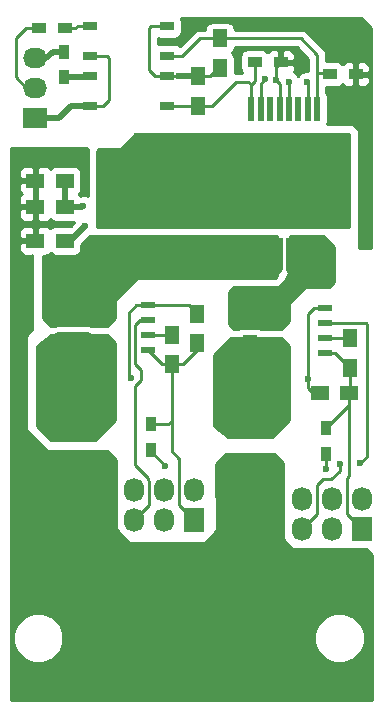
<source format=gtl>
%TF.GenerationSoftware,KiCad,Pcbnew,0.201511171411+6319~30~ubuntu15.10.1-product*%
%TF.CreationDate,2015-12-04T10:58:07+01:00*%
%TF.ProjectId,ESC-Base,4553432D426173652E6B696361645F70,rev?*%
%TF.FileFunction,Copper,L1,Top,Signal*%
%FSLAX46Y46*%
G04 Gerber Fmt 4.6, Leading zero omitted, Abs format (unit mm)*
G04 Created by KiCad (PCBNEW 0.201511171411+6319~30~ubuntu15.10.1-product) date Fr 04 Dez 2015 10:58:07 CET*
%MOMM*%
G01*
G04 APERTURE LIST*
%ADD10C,0.100000*%
%ADD11R,4.000000X5.000000*%
%ADD12O,4.000000X6.000000*%
%ADD13R,4.000000X4.000000*%
%ADD14O,4.000000X4.000000*%
%ADD15C,4.000000*%
%ADD16R,1.727200X2.032000*%
%ADD17O,1.727200X2.032000*%
%ADD18R,1.500000X1.250000*%
%ADD19R,1.250000X1.500000*%
%ADD20R,2.032000X1.727200*%
%ADD21O,2.032000X1.727200*%
%ADD22R,0.900000X1.200000*%
%ADD23R,1.200000X0.900000*%
%ADD24R,0.500000X2.000000*%
%ADD25R,10.500000X7.400000*%
%ADD26R,2.200000X2.200000*%
%ADD27R,1.143000X0.508000*%
%ADD28R,1.300480X0.800100*%
%ADD29C,0.600000*%
%ADD30C,0.508000*%
%ADD31C,0.250000*%
%ADD32C,0.254000*%
%ADD33C,2.540000*%
G04 APERTURE END LIST*
D10*
D11*
X65278000Y-123698000D03*
D12*
X65278000Y-115798000D03*
D11*
X50292000Y-123698000D03*
D12*
X50292000Y-115798000D03*
D13*
X60261500Y-96837500D03*
D14*
X55181500Y-96837500D03*
D13*
X67818000Y-138938000D03*
D15*
X62738000Y-138938000D03*
X57658000Y-138938000D03*
X52578000Y-138938000D03*
D13*
X67818000Y-132842000D03*
D15*
X62738000Y-132842000D03*
X57658000Y-132842000D03*
X52578000Y-132842000D03*
D16*
X74930000Y-126746000D03*
D17*
X72390000Y-126746000D03*
X69850000Y-126746000D03*
X74930000Y-124206000D03*
X72390000Y-124206000D03*
X69850000Y-124206000D03*
D16*
X60706000Y-125984000D03*
D17*
X58166000Y-125984000D03*
X55626000Y-125984000D03*
X60706000Y-123444000D03*
X58166000Y-123444000D03*
X55626000Y-123444000D03*
D18*
X49764000Y-99504500D03*
X47264000Y-99504500D03*
X49764000Y-97282000D03*
X47264000Y-97282000D03*
X49764000Y-102362000D03*
X47264000Y-102362000D03*
D19*
X61023500Y-88412000D03*
X61023500Y-90912000D03*
X60960000Y-111041500D03*
X60960000Y-108541500D03*
D18*
X73830500Y-115252500D03*
X71330500Y-115252500D03*
D19*
X58801000Y-112819500D03*
X58801000Y-110319500D03*
X73914000Y-113137000D03*
X73914000Y-110637000D03*
D20*
X47244000Y-91948000D03*
D21*
X47244000Y-89408000D03*
X47244000Y-86868000D03*
D22*
X49720500Y-88539500D03*
X49720500Y-86339500D03*
D23*
X68029000Y-87249000D03*
X65829000Y-87249000D03*
D22*
X57023000Y-120099000D03*
X57023000Y-117899000D03*
X71882000Y-120416500D03*
X71882000Y-118216500D03*
D24*
X70332000Y-103186000D03*
X71132000Y-103186000D03*
X69532000Y-103186000D03*
X68732000Y-103186000D03*
X67932000Y-103186000D03*
X67132000Y-103186000D03*
X66332000Y-103186000D03*
X65532000Y-103186000D03*
X65532000Y-91186000D03*
X66332000Y-91186000D03*
X67132000Y-91186000D03*
X67932000Y-91186000D03*
X68732000Y-91186000D03*
X69532000Y-91186000D03*
X71132000Y-91186000D03*
X70332000Y-91186000D03*
D25*
X68332000Y-97186000D03*
D26*
X68332000Y-97186000D03*
X66332000Y-97186000D03*
X66332000Y-95186000D03*
X68332000Y-99186000D03*
X70332000Y-97186000D03*
X70332000Y-99186000D03*
X70332000Y-95186000D03*
X68332000Y-95186000D03*
X66332000Y-99186000D03*
D27*
X56769000Y-107823000D03*
X56769000Y-109093000D03*
X56769000Y-110363000D03*
X56769000Y-111633000D03*
X50419000Y-111633000D03*
X50419000Y-110363000D03*
X50419000Y-109093000D03*
X50419000Y-107823000D03*
X71755000Y-108077000D03*
X71755000Y-109347000D03*
X71755000Y-110617000D03*
X71755000Y-111887000D03*
X65405000Y-111887000D03*
X65405000Y-110617000D03*
X65405000Y-109347000D03*
X65405000Y-108077000D03*
D28*
X51866800Y-90932000D03*
X51866800Y-88392000D03*
X58369200Y-88392000D03*
X58369200Y-90932000D03*
D19*
X62865000Y-87737000D03*
X62865000Y-85237000D03*
D23*
X49741000Y-84328000D03*
X47541000Y-84328000D03*
X74379000Y-88265000D03*
X72179000Y-88265000D03*
D28*
X51866800Y-86741000D03*
X51866800Y-84201000D03*
X58369200Y-84201000D03*
X58369200Y-86741000D03*
D29*
X51308000Y-99441000D03*
X45593000Y-99441000D03*
X50165000Y-129921000D03*
X50165000Y-130937000D03*
X49149000Y-130937000D03*
X48133000Y-130937000D03*
X47117000Y-130937000D03*
X47117000Y-129921000D03*
X48133000Y-129921000D03*
X49149000Y-129921000D03*
X69469000Y-130302000D03*
X70485000Y-130302000D03*
X71501000Y-130302000D03*
X72517000Y-130302000D03*
X72517000Y-129286000D03*
X71501000Y-129286000D03*
X70485000Y-129286000D03*
X69469000Y-129286000D03*
X74739500Y-90487500D03*
X67627500Y-88773000D03*
X51435000Y-101155500D03*
X59436000Y-88392000D03*
X55372000Y-113982500D03*
X70358000Y-114046000D03*
X49022000Y-106680000D03*
X50038000Y-106680000D03*
X51054000Y-106680000D03*
X52070000Y-106680000D03*
X52070000Y-107823000D03*
X52070000Y-108712000D03*
X53086000Y-108712000D03*
X53086000Y-107696000D03*
X64516000Y-103124000D03*
X63500000Y-103124000D03*
X62484000Y-103124000D03*
X61468000Y-103124000D03*
X60452000Y-103124000D03*
X59436000Y-103124000D03*
X59436000Y-104140000D03*
X60452000Y-104140000D03*
X61468000Y-104140000D03*
X62484000Y-104140000D03*
X63500000Y-104140000D03*
X64516000Y-104140000D03*
X69532000Y-104902000D03*
X70485000Y-104902000D03*
X66675000Y-109347000D03*
X67818000Y-109220000D03*
X67818000Y-108204000D03*
X66802000Y-108204000D03*
X66294000Y-107188000D03*
X65278000Y-107188000D03*
X64262000Y-107188000D03*
X64262000Y-108204000D03*
X71882000Y-103378000D03*
X71882000Y-104394000D03*
X71882000Y-105410000D03*
X71120000Y-106172000D03*
X70104000Y-106172000D03*
X58229500Y-121412000D03*
X74739500Y-121221500D03*
X73088500Y-121285000D03*
X71882000Y-121729500D03*
X47752000Y-117856000D03*
X47752000Y-116840000D03*
X47752000Y-115824000D03*
X47752000Y-114808000D03*
X47752000Y-113792000D03*
X47752000Y-112776000D03*
X51816000Y-112395000D03*
X52578000Y-113030000D03*
X53086000Y-113665000D03*
X53086000Y-114681000D03*
X53086000Y-115697000D03*
X53086000Y-116713000D03*
X52832000Y-117729000D03*
X66675000Y-112522000D03*
X67564000Y-113030000D03*
X68072000Y-113919000D03*
X68072000Y-114935000D03*
X68072000Y-115951000D03*
X68072000Y-116967000D03*
X67691000Y-117983000D03*
X62738000Y-112776000D03*
X62738000Y-113792000D03*
X62738000Y-114808000D03*
X62738000Y-115824000D03*
X62738000Y-116840000D03*
X62738000Y-117856000D03*
X62738000Y-98552000D03*
X62738000Y-99314000D03*
X62738000Y-100076000D03*
X61976000Y-100076000D03*
X61214000Y-100076000D03*
X62738000Y-95758000D03*
X62738000Y-94996000D03*
X62738000Y-94234000D03*
X61976000Y-94234000D03*
X61214000Y-94234000D03*
X66738500Y-88709500D03*
X70231000Y-88963500D03*
X68707000Y-88900000D03*
D30*
X49764000Y-99504500D02*
X51244500Y-99504500D01*
X51244500Y-99504500D02*
X51308000Y-99441000D01*
X49764000Y-99504500D02*
X49764000Y-97282000D01*
X47264000Y-99504500D02*
X45656500Y-99504500D01*
X45656500Y-99504500D02*
X45593000Y-99441000D01*
X50546000Y-129540000D02*
X50165000Y-129921000D01*
X50165000Y-130937000D02*
X49149000Y-130937000D01*
X48133000Y-130937000D02*
X47117000Y-130937000D01*
X47117000Y-129921000D02*
X48133000Y-129921000D01*
X52578000Y-129540000D02*
X50546000Y-129540000D01*
X67564000Y-129286000D02*
X69469000Y-129286000D01*
X71501000Y-130302000D02*
X70485000Y-130302000D01*
X72517000Y-129286000D02*
X72517000Y-130302000D01*
X70485000Y-129286000D02*
X71501000Y-129286000D01*
D31*
X67627500Y-88773000D02*
X67627500Y-87650500D01*
X67627500Y-87650500D02*
X68029000Y-87249000D01*
D32*
X74739500Y-90487500D02*
X74506000Y-90254000D01*
X74506000Y-90254000D02*
X74506000Y-88138000D01*
X67932000Y-91186000D02*
X67932000Y-89077500D01*
X67932000Y-89077500D02*
X67627500Y-88773000D01*
D33*
X50292000Y-123698000D02*
X50292000Y-127254000D01*
X50292000Y-127254000D02*
X52578000Y-129540000D01*
X65278000Y-123698000D02*
X65278000Y-127000000D01*
X65278000Y-127000000D02*
X67564000Y-129286000D01*
X57658000Y-132842000D02*
X57658000Y-131064000D01*
X57658000Y-131064000D02*
X59436000Y-129286000D01*
X62738000Y-132842000D02*
X62738000Y-130302000D01*
X62738000Y-130302000D02*
X61722000Y-129286000D01*
X52578000Y-132842000D02*
X52578000Y-129540000D01*
X52578000Y-129540000D02*
X52832000Y-129286000D01*
X52832000Y-129286000D02*
X59436000Y-129286000D01*
X59436000Y-129286000D02*
X61722000Y-129286000D01*
X61722000Y-129286000D02*
X67564000Y-129286000D01*
X67564000Y-129286000D02*
X67818000Y-129540000D01*
X67818000Y-129540000D02*
X67818000Y-132842000D01*
X67818000Y-138938000D02*
X67818000Y-132842000D01*
X62738000Y-132842000D02*
X62738000Y-138938000D01*
X57658000Y-138938000D02*
X57658000Y-132842000D01*
X52578000Y-132842000D02*
X52578000Y-138938000D01*
D31*
X62865000Y-87737000D02*
X62758000Y-87737000D01*
X62758000Y-87737000D02*
X62083000Y-88412000D01*
X62083000Y-88412000D02*
X61023500Y-88412000D01*
X58369200Y-84201000D02*
X57023000Y-84201000D01*
X57404000Y-88392000D02*
X58369200Y-88392000D01*
X56896000Y-87884000D02*
X57404000Y-88392000D01*
X56896000Y-84328000D02*
X56896000Y-87884000D01*
X57023000Y-84201000D02*
X56896000Y-84328000D01*
X58369200Y-88392000D02*
X59436000Y-88392000D01*
D30*
X51435000Y-101155500D02*
X50228500Y-102362000D01*
X50228500Y-102362000D02*
X49764000Y-102362000D01*
X61070000Y-88392000D02*
X59436000Y-88392000D01*
D31*
X65829000Y-87249000D02*
X65829000Y-88857000D01*
X65829000Y-88857000D02*
X65532000Y-89154000D01*
X65532000Y-89154000D02*
X65532000Y-89281000D01*
D32*
X61023500Y-90912000D02*
X58516200Y-90912000D01*
X58516200Y-90912000D02*
X58432700Y-90995500D01*
X61070000Y-90932000D02*
X62230000Y-90932000D01*
X65532000Y-89154000D02*
X65532000Y-89281000D01*
X65532000Y-89281000D02*
X65532000Y-91186000D01*
X65278000Y-88900000D02*
X65405000Y-89027000D01*
X65405000Y-89027000D02*
X65532000Y-89154000D01*
X64262000Y-88900000D02*
X65278000Y-88900000D01*
X62230000Y-90932000D02*
X64262000Y-88900000D01*
D31*
X58801000Y-112819500D02*
X57955500Y-112819500D01*
X57955500Y-112819500D02*
X56769000Y-111633000D01*
X58801000Y-112819500D02*
X58209500Y-112819500D01*
X56769000Y-111633000D02*
X57277000Y-112141000D01*
D32*
X57955500Y-112819500D02*
X57277000Y-112141000D01*
X57023000Y-117899000D02*
X58504000Y-117899000D01*
X58504000Y-117899000D02*
X58801000Y-117602000D01*
X58801000Y-112819500D02*
X58801000Y-117602000D01*
X58801000Y-117602000D02*
X58801000Y-120205500D01*
X58801000Y-120205500D02*
X59436000Y-120840500D01*
X59436000Y-120840500D02*
X59436000Y-124714000D01*
X59436000Y-124714000D02*
X60706000Y-125984000D01*
X60960000Y-111041500D02*
X60960000Y-111633000D01*
X60960000Y-111633000D02*
X59773500Y-112819500D01*
X59773500Y-112819500D02*
X57955500Y-112819500D01*
X56769000Y-107823000D02*
X60241500Y-107823000D01*
X60241500Y-107823000D02*
X60960000Y-108541500D01*
X55372000Y-113982500D02*
X55181500Y-113792000D01*
X55181500Y-113792000D02*
X55181500Y-108458000D01*
X55181500Y-108458000D02*
X55816500Y-107823000D01*
X55816500Y-107823000D02*
X56769000Y-107823000D01*
X73830500Y-116268000D02*
X73830500Y-122321000D01*
X73830500Y-122321000D02*
X73660000Y-122491500D01*
X73660000Y-122491500D02*
X73660000Y-125476000D01*
X73660000Y-125476000D02*
X74930000Y-126746000D01*
X73830500Y-115252500D02*
X73830500Y-116268000D01*
X73830500Y-116268000D02*
X71882000Y-118216500D01*
X73914000Y-113137000D02*
X73914000Y-115169000D01*
X73914000Y-115169000D02*
X73830500Y-115252500D01*
X71755000Y-111887000D02*
X72664000Y-111887000D01*
X72664000Y-111887000D02*
X73914000Y-113137000D01*
X71330500Y-115252500D02*
X70802500Y-115252500D01*
X70802500Y-115252500D02*
X70358000Y-114808000D01*
X70358000Y-114808000D02*
X70358000Y-114046000D01*
X71755000Y-108077000D02*
X70866000Y-108077000D01*
X70866000Y-108077000D02*
X70358000Y-108585000D01*
X70358000Y-108585000D02*
X70358000Y-114046000D01*
X58801000Y-110319500D02*
X56812500Y-110319500D01*
X56812500Y-110319500D02*
X56769000Y-110363000D01*
X71755000Y-110617000D02*
X73894000Y-110617000D01*
X73894000Y-110617000D02*
X73914000Y-110637000D01*
X48895000Y-107823000D02*
X48895000Y-106807000D01*
X48895000Y-106807000D02*
X49022000Y-106680000D01*
X50038000Y-106680000D02*
X51054000Y-106680000D01*
X52070000Y-106680000D02*
X52070000Y-107823000D01*
X52070000Y-108712000D02*
X53086000Y-108712000D01*
X65532000Y-103186000D02*
X64578000Y-103186000D01*
X64578000Y-103186000D02*
X64516000Y-103124000D01*
X63500000Y-103124000D02*
X62484000Y-103124000D01*
X61468000Y-103124000D02*
X60452000Y-103124000D01*
X59436000Y-103124000D02*
X59436000Y-104140000D01*
X60452000Y-104140000D02*
X61468000Y-104140000D01*
X62484000Y-104140000D02*
X63500000Y-104140000D01*
X64516000Y-104140000D02*
X64516000Y-105156000D01*
X64516000Y-105156000D02*
X64516000Y-104902000D01*
X64516000Y-104902000D02*
X64516000Y-105156000D01*
D30*
X52578000Y-107950000D02*
X52578000Y-107696000D01*
X52578000Y-107696000D02*
X55118000Y-105156000D01*
X55118000Y-105156000D02*
X64516000Y-105156000D01*
X64516000Y-105156000D02*
X65786000Y-105156000D01*
X50419000Y-109093000D02*
X51689000Y-109093000D01*
X51689000Y-109093000D02*
X52578000Y-108204000D01*
X52578000Y-108204000D02*
X52578000Y-107950000D01*
X52578000Y-107950000D02*
X52451000Y-107823000D01*
X52451000Y-107823000D02*
X50419000Y-107823000D01*
X50419000Y-107823000D02*
X48895000Y-107823000D01*
X48895000Y-107823000D02*
X48768000Y-107950000D01*
X48768000Y-107950000D02*
X48768000Y-108712000D01*
X48768000Y-108712000D02*
X49149000Y-109093000D01*
X49149000Y-109093000D02*
X50419000Y-109093000D01*
X67132000Y-103186000D02*
X67132000Y-105156000D01*
X67132000Y-105156000D02*
X67056000Y-105080000D01*
X67056000Y-105080000D02*
X67056000Y-104902000D01*
X67056000Y-104902000D02*
X67056000Y-105156000D01*
X66332000Y-103186000D02*
X66332000Y-105156000D01*
X66332000Y-105156000D02*
X66294000Y-105156000D01*
X67932000Y-103186000D02*
X67932000Y-104788000D01*
X67932000Y-104788000D02*
X67564000Y-105156000D01*
X67564000Y-105156000D02*
X67056000Y-105156000D01*
X67056000Y-105156000D02*
X66294000Y-105156000D01*
X66294000Y-105156000D02*
X65786000Y-105156000D01*
X65786000Y-105156000D02*
X65532000Y-104902000D01*
X65532000Y-104902000D02*
X65532000Y-103186000D01*
D31*
X70485000Y-104902000D02*
X69532000Y-104902000D01*
D32*
X65405000Y-109347000D02*
X66675000Y-109347000D01*
X67818000Y-109220000D02*
X67818000Y-108204000D01*
X66802000Y-108204000D02*
X66294000Y-107696000D01*
X66294000Y-107696000D02*
X66294000Y-107188000D01*
X65278000Y-107188000D02*
X64262000Y-107188000D01*
X64262000Y-108204000D02*
X64008000Y-108458000D01*
X71132000Y-103186000D02*
X71690000Y-103186000D01*
X71690000Y-103186000D02*
X71882000Y-103378000D01*
X71882000Y-104394000D02*
X71882000Y-105410000D01*
X71120000Y-106172000D02*
X70104000Y-106172000D01*
D30*
X65405000Y-109347000D02*
X64389000Y-109347000D01*
X64389000Y-109347000D02*
X64008000Y-108966000D01*
X64008000Y-108966000D02*
X64008000Y-108458000D01*
X64008000Y-108458000D02*
X64389000Y-108077000D01*
X64389000Y-108077000D02*
X65405000Y-108077000D01*
X65405000Y-109347000D02*
X66675000Y-109347000D01*
X66675000Y-109347000D02*
X66929000Y-109093000D01*
X66929000Y-109093000D02*
X66929000Y-108077000D01*
X70332000Y-103186000D02*
X70332000Y-104674000D01*
X70332000Y-104674000D02*
X69850000Y-105156000D01*
X69532000Y-103186000D02*
X69532000Y-105156000D01*
X69532000Y-105156000D02*
X69596000Y-105092000D01*
X69596000Y-105092000D02*
X69596000Y-104902000D01*
X69596000Y-104902000D02*
X69596000Y-105156000D01*
X65405000Y-108077000D02*
X66929000Y-108077000D01*
X66929000Y-108077000D02*
X69850000Y-105156000D01*
X68732000Y-103186000D02*
X68732000Y-104800000D01*
X68732000Y-104800000D02*
X69088000Y-105156000D01*
X69088000Y-105156000D02*
X69596000Y-105156000D01*
X69596000Y-105156000D02*
X69850000Y-105156000D01*
X69850000Y-105156000D02*
X70866000Y-105156000D01*
X70866000Y-105156000D02*
X71132000Y-104890000D01*
X71132000Y-104890000D02*
X71132000Y-103186000D01*
D32*
X51866800Y-86741000D02*
X53340000Y-86741000D01*
X52959000Y-90932000D02*
X51866800Y-90932000D01*
X53467000Y-90424000D02*
X52959000Y-90932000D01*
X53467000Y-86868000D02*
X53467000Y-90424000D01*
X53340000Y-86741000D02*
X53467000Y-86868000D01*
D30*
X52070000Y-90932000D02*
X50292000Y-90932000D01*
X50292000Y-90932000D02*
X49276000Y-91948000D01*
X49276000Y-91948000D02*
X47244000Y-91948000D01*
D32*
X48006000Y-91948000D02*
X49276000Y-91948000D01*
X50292000Y-90932000D02*
X52070000Y-90932000D01*
X49276000Y-91948000D02*
X50292000Y-90932000D01*
X47244000Y-89408000D02*
X46482000Y-89408000D01*
X46482000Y-89408000D02*
X45593000Y-88519000D01*
X45593000Y-88519000D02*
X45593000Y-85217000D01*
X45593000Y-85217000D02*
X46482000Y-84328000D01*
X46482000Y-84328000D02*
X47541000Y-84328000D01*
D30*
X47244000Y-86868000D02*
X48196500Y-86868000D01*
X48196500Y-86868000D02*
X48725000Y-86339500D01*
X48725000Y-86339500D02*
X49720500Y-86339500D01*
D32*
X56769000Y-109093000D02*
X56134000Y-109093000D01*
X56134000Y-109093000D02*
X55689500Y-109537500D01*
X55689500Y-109537500D02*
X55689500Y-112839500D01*
X55689500Y-112839500D02*
X56197500Y-113347500D01*
X56197500Y-113347500D02*
X56197500Y-114173000D01*
X56197500Y-114173000D02*
X55689500Y-114681000D01*
X55689500Y-114681000D02*
X55689500Y-121348500D01*
X55689500Y-121348500D02*
X56324500Y-121983500D01*
X56324500Y-121983500D02*
X56832500Y-122491500D01*
X56832500Y-122491500D02*
X56832500Y-122618500D01*
X56832500Y-122618500D02*
X56896000Y-122682000D01*
X56896000Y-122682000D02*
X56896000Y-124714000D01*
X56896000Y-124714000D02*
X55626000Y-125984000D01*
X57023000Y-120099000D02*
X57023000Y-120205500D01*
X57023000Y-120205500D02*
X58229500Y-121412000D01*
X71755000Y-109347000D02*
X75247500Y-109347000D01*
X75247500Y-109347000D02*
X75311000Y-109410500D01*
X75311000Y-109410500D02*
X75311000Y-120650000D01*
X75311000Y-120650000D02*
X74739500Y-121221500D01*
X73088500Y-121285000D02*
X73025000Y-121348500D01*
X73025000Y-121348500D02*
X73025000Y-121856500D01*
X73025000Y-121856500D02*
X72326500Y-122555000D01*
X72326500Y-122555000D02*
X71628000Y-122555000D01*
X71628000Y-122555000D02*
X71120000Y-123063000D01*
X71120000Y-123063000D02*
X71120000Y-125476000D01*
X71120000Y-125476000D02*
X69850000Y-126746000D01*
X71882000Y-120416500D02*
X71882000Y-121729500D01*
X47752000Y-115824000D02*
X47752000Y-116840000D01*
X47752000Y-117856000D02*
X49810000Y-115798000D01*
X49810000Y-115798000D02*
X50292000Y-115798000D01*
X47778000Y-115798000D02*
X47752000Y-115824000D01*
X47752000Y-114808000D02*
X47752000Y-113792000D01*
X50292000Y-115798000D02*
X47778000Y-115798000D01*
X51689000Y-112268000D02*
X50292000Y-112268000D01*
X51816000Y-112395000D02*
X51689000Y-112268000D01*
X52578000Y-113157000D02*
X52578000Y-113030000D01*
X53086000Y-113665000D02*
X52578000Y-113157000D01*
X53086000Y-115697000D02*
X53086000Y-114681000D01*
X53086000Y-117475000D02*
X53086000Y-116713000D01*
X52832000Y-117729000D02*
X53086000Y-117475000D01*
D33*
X50292000Y-115798000D02*
X50292000Y-112268000D01*
X50292000Y-112268000D02*
X50292000Y-111760000D01*
X50292000Y-111760000D02*
X50419000Y-111633000D01*
D30*
X50419000Y-111633000D02*
X50419000Y-115671000D01*
X50419000Y-115671000D02*
X50292000Y-115798000D01*
X50419000Y-110363000D02*
X51689000Y-110363000D01*
X51689000Y-110363000D02*
X51816000Y-110490000D01*
X51816000Y-110490000D02*
X51816000Y-111252000D01*
X51816000Y-111252000D02*
X51435000Y-111633000D01*
X51435000Y-111633000D02*
X50419000Y-111633000D01*
X50419000Y-110363000D02*
X49149000Y-110363000D01*
X49149000Y-110363000D02*
X49022000Y-110490000D01*
X49022000Y-110490000D02*
X49022000Y-111506000D01*
X49022000Y-111506000D02*
X49149000Y-111633000D01*
X49149000Y-111633000D02*
X50419000Y-111633000D01*
D32*
X65278000Y-115798000D02*
X65506000Y-115798000D01*
X65506000Y-115798000D02*
X67691000Y-117983000D01*
X67056000Y-112522000D02*
X66675000Y-112522000D01*
X67564000Y-113030000D02*
X67056000Y-112522000D01*
X68072000Y-114935000D02*
X68072000Y-113919000D01*
X68072000Y-116967000D02*
X68072000Y-115951000D01*
X65278000Y-115798000D02*
X64796000Y-115798000D01*
X64796000Y-115798000D02*
X62738000Y-117856000D01*
X62738000Y-114808000D02*
X62738000Y-113792000D01*
X62738000Y-116840000D02*
X62738000Y-115824000D01*
X65405000Y-110617000D02*
X66421000Y-110617000D01*
X66421000Y-110617000D02*
X66802000Y-110998000D01*
X66802000Y-110998000D02*
X66802000Y-111506000D01*
X66802000Y-111506000D02*
X66421000Y-111887000D01*
X66421000Y-111887000D02*
X65405000Y-111887000D01*
X65405000Y-110617000D02*
X64135000Y-110617000D01*
X64135000Y-110617000D02*
X64008000Y-110744000D01*
X64008000Y-110744000D02*
X64008000Y-111506000D01*
X64008000Y-111506000D02*
X64389000Y-111887000D01*
X64389000Y-111887000D02*
X65405000Y-111887000D01*
D33*
X65278000Y-115798000D02*
X65278000Y-112014000D01*
X65278000Y-112014000D02*
X65405000Y-111887000D01*
D32*
X62738000Y-98552000D02*
X62738000Y-99314000D01*
X62738000Y-100076000D02*
X61976000Y-100076000D01*
X62484000Y-97186000D02*
X62580000Y-97186000D01*
X62580000Y-97186000D02*
X62738000Y-97028000D01*
X62738000Y-97028000D02*
X62738000Y-95758000D01*
X62738000Y-94996000D02*
X62738000Y-94234000D01*
X61976000Y-94234000D02*
X61214000Y-94234000D01*
D33*
X54864000Y-96774000D02*
X59944000Y-96774000D01*
X59944000Y-96774000D02*
X60356000Y-97186000D01*
X60356000Y-97186000D02*
X62484000Y-97186000D01*
X62484000Y-97186000D02*
X68332000Y-97186000D01*
D30*
X49720500Y-88539500D02*
X51922500Y-88539500D01*
X51922500Y-88539500D02*
X52070000Y-88392000D01*
D32*
X52070000Y-88392000D02*
X52070000Y-88138000D01*
X66332000Y-91186000D02*
X66332000Y-89116000D01*
X66332000Y-89116000D02*
X66738500Y-88709500D01*
X70332000Y-91186000D02*
X70332000Y-89064500D01*
X70332000Y-89064500D02*
X70231000Y-88963500D01*
X68707000Y-88900000D02*
X68732000Y-88925000D01*
X68732000Y-88925000D02*
X68732000Y-91186000D01*
D31*
X62865000Y-85237000D02*
X61194000Y-85237000D01*
X61194000Y-85237000D02*
X59690000Y-86741000D01*
X59690000Y-86741000D02*
X58369200Y-86741000D01*
X58369200Y-86741000D02*
X59690000Y-86741000D01*
X71132000Y-86626000D02*
X71132000Y-88150000D01*
X69743000Y-85237000D02*
X71132000Y-86626000D01*
X61194000Y-85237000D02*
X69743000Y-85237000D01*
X59690000Y-86741000D02*
X61194000Y-85237000D01*
D32*
X72306000Y-88138000D02*
X71183500Y-88138000D01*
X71183500Y-88138000D02*
X71144000Y-88138000D01*
X71144000Y-88138000D02*
X71132000Y-88150000D01*
X71132000Y-88150000D02*
X71132000Y-91186000D01*
X49741000Y-84328000D02*
X50673000Y-84328000D01*
X50800000Y-84201000D02*
X51866800Y-84201000D01*
X50673000Y-84328000D02*
X50800000Y-84201000D01*
G36*
X73787000Y-101219000D02*
X52451000Y-101219000D01*
X52451000Y-99471750D01*
X64597000Y-99471750D01*
X64597000Y-100412310D01*
X64693673Y-100645699D01*
X64872302Y-100824327D01*
X65105691Y-100921000D01*
X66046250Y-100921000D01*
X66205000Y-100762250D01*
X66205000Y-99313000D01*
X66459000Y-99313000D01*
X66459000Y-100762250D01*
X66617750Y-100921000D01*
X68046250Y-100921000D01*
X68205000Y-100762250D01*
X68205000Y-99313000D01*
X68459000Y-99313000D01*
X68459000Y-100762250D01*
X68617750Y-100921000D01*
X70046250Y-100921000D01*
X70205000Y-100762250D01*
X70205000Y-99313000D01*
X70459000Y-99313000D01*
X70459000Y-100762250D01*
X70617750Y-100921000D01*
X71558309Y-100921000D01*
X71791698Y-100824327D01*
X71970327Y-100645699D01*
X72067000Y-100412310D01*
X72067000Y-99471750D01*
X71908250Y-99313000D01*
X70459000Y-99313000D01*
X70205000Y-99313000D01*
X68459000Y-99313000D01*
X68205000Y-99313000D01*
X66459000Y-99313000D01*
X66205000Y-99313000D01*
X64755750Y-99313000D01*
X64597000Y-99471750D01*
X52451000Y-99471750D01*
X52451000Y-97471750D01*
X64597000Y-97471750D01*
X64597000Y-98900250D01*
X64755750Y-99059000D01*
X66205000Y-99059000D01*
X66205000Y-97313000D01*
X66459000Y-97313000D01*
X66459000Y-99059000D01*
X68205000Y-99059000D01*
X68205000Y-97313000D01*
X68459000Y-97313000D01*
X68459000Y-99059000D01*
X70205000Y-99059000D01*
X70205000Y-97313000D01*
X70459000Y-97313000D01*
X70459000Y-99059000D01*
X71908250Y-99059000D01*
X72067000Y-98900250D01*
X72067000Y-97471750D01*
X71908250Y-97313000D01*
X70459000Y-97313000D01*
X70205000Y-97313000D01*
X68459000Y-97313000D01*
X68205000Y-97313000D01*
X66459000Y-97313000D01*
X66205000Y-97313000D01*
X64755750Y-97313000D01*
X64597000Y-97471750D01*
X52451000Y-97471750D01*
X52451000Y-95471750D01*
X64597000Y-95471750D01*
X64597000Y-96900250D01*
X64755750Y-97059000D01*
X66205000Y-97059000D01*
X66205000Y-95313000D01*
X66459000Y-95313000D01*
X66459000Y-97059000D01*
X68205000Y-97059000D01*
X68205000Y-95313000D01*
X68459000Y-95313000D01*
X68459000Y-97059000D01*
X70205000Y-97059000D01*
X70205000Y-95313000D01*
X70459000Y-95313000D01*
X70459000Y-97059000D01*
X71908250Y-97059000D01*
X72067000Y-96900250D01*
X72067000Y-95471750D01*
X71908250Y-95313000D01*
X70459000Y-95313000D01*
X70205000Y-95313000D01*
X68459000Y-95313000D01*
X68205000Y-95313000D01*
X66459000Y-95313000D01*
X66205000Y-95313000D01*
X64755750Y-95313000D01*
X64597000Y-95471750D01*
X52451000Y-95471750D01*
X52451000Y-94794606D01*
X52630606Y-94615000D01*
X54356000Y-94615000D01*
X54405410Y-94604994D01*
X54445803Y-94577803D01*
X55063916Y-93959690D01*
X64597000Y-93959690D01*
X64597000Y-94900250D01*
X64755750Y-95059000D01*
X66205000Y-95059000D01*
X66205000Y-93609750D01*
X66459000Y-93609750D01*
X66459000Y-95059000D01*
X68205000Y-95059000D01*
X68205000Y-93609750D01*
X68459000Y-93609750D01*
X68459000Y-95059000D01*
X70205000Y-95059000D01*
X70205000Y-93609750D01*
X70459000Y-93609750D01*
X70459000Y-95059000D01*
X71908250Y-95059000D01*
X72067000Y-94900250D01*
X72067000Y-93959690D01*
X71970327Y-93726301D01*
X71791698Y-93547673D01*
X71558309Y-93451000D01*
X70617750Y-93451000D01*
X70459000Y-93609750D01*
X70205000Y-93609750D01*
X70046250Y-93451000D01*
X68617750Y-93451000D01*
X68459000Y-93609750D01*
X68205000Y-93609750D01*
X68046250Y-93451000D01*
X66617750Y-93451000D01*
X66459000Y-93609750D01*
X66205000Y-93609750D01*
X66046250Y-93451000D01*
X65105691Y-93451000D01*
X64872302Y-93547673D01*
X64693673Y-93726301D01*
X64597000Y-93959690D01*
X55063916Y-93959690D01*
X55678606Y-93345000D01*
X73787000Y-93345000D01*
X73787000Y-101219000D01*
X73787000Y-101219000D01*
G37*
X73787000Y-101219000D02*
X52451000Y-101219000D01*
X52451000Y-99471750D01*
X64597000Y-99471750D01*
X64597000Y-100412310D01*
X64693673Y-100645699D01*
X64872302Y-100824327D01*
X65105691Y-100921000D01*
X66046250Y-100921000D01*
X66205000Y-100762250D01*
X66205000Y-99313000D01*
X66459000Y-99313000D01*
X66459000Y-100762250D01*
X66617750Y-100921000D01*
X68046250Y-100921000D01*
X68205000Y-100762250D01*
X68205000Y-99313000D01*
X68459000Y-99313000D01*
X68459000Y-100762250D01*
X68617750Y-100921000D01*
X70046250Y-100921000D01*
X70205000Y-100762250D01*
X70205000Y-99313000D01*
X70459000Y-99313000D01*
X70459000Y-100762250D01*
X70617750Y-100921000D01*
X71558309Y-100921000D01*
X71791698Y-100824327D01*
X71970327Y-100645699D01*
X72067000Y-100412310D01*
X72067000Y-99471750D01*
X71908250Y-99313000D01*
X70459000Y-99313000D01*
X70205000Y-99313000D01*
X68459000Y-99313000D01*
X68205000Y-99313000D01*
X66459000Y-99313000D01*
X66205000Y-99313000D01*
X64755750Y-99313000D01*
X64597000Y-99471750D01*
X52451000Y-99471750D01*
X52451000Y-97471750D01*
X64597000Y-97471750D01*
X64597000Y-98900250D01*
X64755750Y-99059000D01*
X66205000Y-99059000D01*
X66205000Y-97313000D01*
X66459000Y-97313000D01*
X66459000Y-99059000D01*
X68205000Y-99059000D01*
X68205000Y-97313000D01*
X68459000Y-97313000D01*
X68459000Y-99059000D01*
X70205000Y-99059000D01*
X70205000Y-97313000D01*
X70459000Y-97313000D01*
X70459000Y-99059000D01*
X71908250Y-99059000D01*
X72067000Y-98900250D01*
X72067000Y-97471750D01*
X71908250Y-97313000D01*
X70459000Y-97313000D01*
X70205000Y-97313000D01*
X68459000Y-97313000D01*
X68205000Y-97313000D01*
X66459000Y-97313000D01*
X66205000Y-97313000D01*
X64755750Y-97313000D01*
X64597000Y-97471750D01*
X52451000Y-97471750D01*
X52451000Y-95471750D01*
X64597000Y-95471750D01*
X64597000Y-96900250D01*
X64755750Y-97059000D01*
X66205000Y-97059000D01*
X66205000Y-95313000D01*
X66459000Y-95313000D01*
X66459000Y-97059000D01*
X68205000Y-97059000D01*
X68205000Y-95313000D01*
X68459000Y-95313000D01*
X68459000Y-97059000D01*
X70205000Y-97059000D01*
X70205000Y-95313000D01*
X70459000Y-95313000D01*
X70459000Y-97059000D01*
X71908250Y-97059000D01*
X72067000Y-96900250D01*
X72067000Y-95471750D01*
X71908250Y-95313000D01*
X70459000Y-95313000D01*
X70205000Y-95313000D01*
X68459000Y-95313000D01*
X68205000Y-95313000D01*
X66459000Y-95313000D01*
X66205000Y-95313000D01*
X64755750Y-95313000D01*
X64597000Y-95471750D01*
X52451000Y-95471750D01*
X52451000Y-94794606D01*
X52630606Y-94615000D01*
X54356000Y-94615000D01*
X54405410Y-94604994D01*
X54445803Y-94577803D01*
X55063916Y-93959690D01*
X64597000Y-93959690D01*
X64597000Y-94900250D01*
X64755750Y-95059000D01*
X66205000Y-95059000D01*
X66205000Y-93609750D01*
X66459000Y-93609750D01*
X66459000Y-95059000D01*
X68205000Y-95059000D01*
X68205000Y-93609750D01*
X68459000Y-93609750D01*
X68459000Y-95059000D01*
X70205000Y-95059000D01*
X70205000Y-93609750D01*
X70459000Y-93609750D01*
X70459000Y-95059000D01*
X71908250Y-95059000D01*
X72067000Y-94900250D01*
X72067000Y-93959690D01*
X71970327Y-93726301D01*
X71791698Y-93547673D01*
X71558309Y-93451000D01*
X70617750Y-93451000D01*
X70459000Y-93609750D01*
X70205000Y-93609750D01*
X70046250Y-93451000D01*
X68617750Y-93451000D01*
X68459000Y-93609750D01*
X68205000Y-93609750D01*
X68046250Y-93451000D01*
X66617750Y-93451000D01*
X66459000Y-93609750D01*
X66205000Y-93609750D01*
X66046250Y-93451000D01*
X65105691Y-93451000D01*
X64872302Y-93547673D01*
X64693673Y-93726301D01*
X64597000Y-93959690D01*
X55063916Y-93959690D01*
X55678606Y-93345000D01*
X73787000Y-93345000D01*
X73787000Y-101219000D01*
G36*
X72517000Y-102922606D02*
X72517000Y-105865394D01*
X72083394Y-106299000D01*
X70104000Y-106299000D01*
X70054590Y-106309006D01*
X70014197Y-106336197D01*
X68744197Y-107606197D01*
X68716334Y-107648211D01*
X68707000Y-107696000D01*
X68707000Y-109167394D01*
X68019394Y-109855000D01*
X66357813Y-109855000D01*
X66228390Y-109766569D01*
X65976500Y-109715560D01*
X64833500Y-109715560D01*
X64598183Y-109759838D01*
X64450297Y-109855000D01*
X64060606Y-109855000D01*
X63627000Y-109421394D01*
X63627000Y-106732606D01*
X64060606Y-106299000D01*
X67818000Y-106299000D01*
X67867410Y-106288994D01*
X67907803Y-106261803D01*
X68415803Y-105753803D01*
X68443666Y-105711789D01*
X68453000Y-105664000D01*
X68453000Y-105524236D01*
X68560618Y-105416618D01*
X68753330Y-105128205D01*
X68821000Y-104788000D01*
X68821000Y-104227678D01*
X68829440Y-104186000D01*
X68829440Y-102186000D01*
X68790867Y-101981000D01*
X71575394Y-101981000D01*
X72517000Y-102922606D01*
X72517000Y-102922606D01*
G37*
X72517000Y-102922606D02*
X72517000Y-105865394D01*
X72083394Y-106299000D01*
X70104000Y-106299000D01*
X70054590Y-106309006D01*
X70014197Y-106336197D01*
X68744197Y-107606197D01*
X68716334Y-107648211D01*
X68707000Y-107696000D01*
X68707000Y-109167394D01*
X68019394Y-109855000D01*
X66357813Y-109855000D01*
X66228390Y-109766569D01*
X65976500Y-109715560D01*
X64833500Y-109715560D01*
X64598183Y-109759838D01*
X64450297Y-109855000D01*
X64060606Y-109855000D01*
X63627000Y-109421394D01*
X63627000Y-106732606D01*
X64060606Y-106299000D01*
X67818000Y-106299000D01*
X67867410Y-106288994D01*
X67907803Y-106261803D01*
X68415803Y-105753803D01*
X68443666Y-105711789D01*
X68453000Y-105664000D01*
X68453000Y-105524236D01*
X68560618Y-105416618D01*
X68753330Y-105128205D01*
X68821000Y-104788000D01*
X68821000Y-104227678D01*
X68829440Y-104186000D01*
X68829440Y-102186000D01*
X68790867Y-101981000D01*
X71575394Y-101981000D01*
X72517000Y-102922606D01*
G36*
X67691000Y-105357394D02*
X67511394Y-105537000D01*
X55880000Y-105537000D01*
X55830590Y-105547006D01*
X55790197Y-105574197D01*
X54012197Y-107352197D01*
X53984334Y-107394211D01*
X53975000Y-107442000D01*
X53975000Y-108913394D01*
X53287394Y-109601000D01*
X52117998Y-109601000D01*
X52029206Y-109541671D01*
X51689000Y-109474000D01*
X51051931Y-109474000D01*
X50990500Y-109461560D01*
X49847500Y-109461560D01*
X49781387Y-109474000D01*
X49149000Y-109474000D01*
X48808794Y-109541671D01*
X48720002Y-109601000D01*
X48566606Y-109601000D01*
X47879000Y-108913394D01*
X47879000Y-103634440D01*
X48014000Y-103634440D01*
X48249317Y-103590162D01*
X48465441Y-103451090D01*
X48513134Y-103381289D01*
X48549910Y-103438441D01*
X48762110Y-103583431D01*
X49014000Y-103634440D01*
X50514000Y-103634440D01*
X50749317Y-103590162D01*
X50965441Y-103451090D01*
X51110431Y-103238890D01*
X51161440Y-102987000D01*
X51161440Y-102686296D01*
X51853474Y-101994262D01*
X51885570Y-101981000D01*
X67691000Y-101981000D01*
X67691000Y-105357394D01*
X67691000Y-105357394D01*
G37*
X67691000Y-105357394D02*
X67511394Y-105537000D01*
X55880000Y-105537000D01*
X55830590Y-105547006D01*
X55790197Y-105574197D01*
X54012197Y-107352197D01*
X53984334Y-107394211D01*
X53975000Y-107442000D01*
X53975000Y-108913394D01*
X53287394Y-109601000D01*
X52117998Y-109601000D01*
X52029206Y-109541671D01*
X51689000Y-109474000D01*
X51051931Y-109474000D01*
X50990500Y-109461560D01*
X49847500Y-109461560D01*
X49781387Y-109474000D01*
X49149000Y-109474000D01*
X48808794Y-109541671D01*
X48720002Y-109601000D01*
X48566606Y-109601000D01*
X47879000Y-108913394D01*
X47879000Y-103634440D01*
X48014000Y-103634440D01*
X48249317Y-103590162D01*
X48465441Y-103451090D01*
X48513134Y-103381289D01*
X48549910Y-103438441D01*
X48762110Y-103583431D01*
X49014000Y-103634440D01*
X50514000Y-103634440D01*
X50749317Y-103590162D01*
X50965441Y-103451090D01*
X51110431Y-103238890D01*
X51161440Y-102987000D01*
X51161440Y-102686296D01*
X51853474Y-101994262D01*
X51885570Y-101981000D01*
X67691000Y-101981000D01*
X67691000Y-105357394D01*
G36*
X53975000Y-111050606D02*
X53975000Y-117549394D01*
X52271394Y-119253000D01*
X48566606Y-119253000D01*
X47371000Y-118057394D01*
X47371000Y-111313039D01*
X48558549Y-110363000D01*
X53287394Y-110363000D01*
X53975000Y-111050606D01*
X53975000Y-111050606D01*
G37*
X53975000Y-111050606D02*
X53975000Y-117549394D01*
X52271394Y-119253000D01*
X48566606Y-119253000D01*
X47371000Y-118057394D01*
X47371000Y-111313039D01*
X48558549Y-110363000D01*
X53287394Y-110363000D01*
X53975000Y-111050606D01*
G36*
X68707000Y-111304606D02*
X68707000Y-117549394D01*
X67257394Y-118999000D01*
X63544548Y-118999000D01*
X62357000Y-118048961D01*
X62357000Y-112066606D01*
X63806606Y-110617000D01*
X68019394Y-110617000D01*
X68707000Y-111304606D01*
X68707000Y-111304606D01*
G37*
X68707000Y-111304606D02*
X68707000Y-117549394D01*
X67257394Y-118999000D01*
X63544548Y-118999000D01*
X62357000Y-118048961D01*
X62357000Y-112066606D01*
X63806606Y-110617000D01*
X68019394Y-110617000D01*
X68707000Y-111304606D01*
G36*
X51689000Y-94604106D02*
X51689000Y-98586802D01*
X51494799Y-98506162D01*
X51122833Y-98505838D01*
X51048029Y-98536747D01*
X50978090Y-98428059D01*
X50929017Y-98394529D01*
X50965441Y-98371090D01*
X51110431Y-98158890D01*
X51161440Y-97907000D01*
X51161440Y-96657000D01*
X51117162Y-96421683D01*
X50978090Y-96205559D01*
X50765890Y-96060569D01*
X50514000Y-96009560D01*
X49014000Y-96009560D01*
X48778683Y-96053838D01*
X48562559Y-96192910D01*
X48516031Y-96261006D01*
X48373698Y-96118673D01*
X48140309Y-96022000D01*
X47549750Y-96022000D01*
X47391000Y-96180750D01*
X47391000Y-97155000D01*
X47411000Y-97155000D01*
X47411000Y-97409000D01*
X47391000Y-97409000D01*
X47391000Y-98383250D01*
X47401000Y-98393250D01*
X47391000Y-98403250D01*
X47391000Y-99377500D01*
X47411000Y-99377500D01*
X47411000Y-99631500D01*
X47391000Y-99631500D01*
X47391000Y-100605750D01*
X47549750Y-100764500D01*
X48140309Y-100764500D01*
X48373698Y-100667827D01*
X48514936Y-100526590D01*
X48549910Y-100580941D01*
X48762110Y-100725931D01*
X49014000Y-100776940D01*
X50514000Y-100776940D01*
X50566134Y-100767130D01*
X50243704Y-101089560D01*
X49014000Y-101089560D01*
X48778683Y-101133838D01*
X48646338Y-101219000D01*
X48641000Y-101219000D01*
X48591590Y-101229006D01*
X48551197Y-101256197D01*
X48491210Y-101316185D01*
X48373698Y-101198673D01*
X48140309Y-101102000D01*
X47549750Y-101102000D01*
X47391000Y-101260750D01*
X47391000Y-102235000D01*
X47411000Y-102235000D01*
X47411000Y-102396394D01*
X47298394Y-102509000D01*
X47137000Y-102509000D01*
X47137000Y-102489000D01*
X46037750Y-102489000D01*
X45879000Y-102647750D01*
X45879000Y-103113310D01*
X45975673Y-103346699D01*
X46154302Y-103525327D01*
X46387691Y-103622000D01*
X46978250Y-103622000D01*
X46990000Y-103610250D01*
X46990000Y-109865894D01*
X46519197Y-110336697D01*
X46491334Y-110378711D01*
X46482000Y-110426500D01*
X46482000Y-118364000D01*
X46492006Y-118413410D01*
X46519197Y-118453803D01*
X48170197Y-120104803D01*
X48212211Y-120132666D01*
X48260000Y-120142000D01*
X53350894Y-120142000D01*
X54102000Y-120893106D01*
X54102000Y-126746000D01*
X54112006Y-126795410D01*
X54139197Y-126835803D01*
X55218697Y-127915303D01*
X55260711Y-127943166D01*
X55308500Y-127952500D01*
X61531500Y-127952500D01*
X61580910Y-127942494D01*
X61621303Y-127915303D01*
X62573803Y-126962803D01*
X62601666Y-126920789D01*
X62610992Y-126871573D01*
X62548092Y-121273514D01*
X63425606Y-120396000D01*
X67447894Y-120396000D01*
X68262500Y-121210606D01*
X68262500Y-127635000D01*
X68272506Y-127684410D01*
X68299697Y-127724803D01*
X68998197Y-128423303D01*
X69040211Y-128451166D01*
X69088000Y-128460500D01*
X75258394Y-128460500D01*
X75744000Y-128946106D01*
X75744000Y-141276000D01*
X45160000Y-141276000D01*
X45160000Y-136422815D01*
X45364630Y-136422815D01*
X45688980Y-137207800D01*
X46289041Y-137808909D01*
X47073459Y-138134628D01*
X47922815Y-138135370D01*
X48707800Y-137811020D01*
X49308909Y-137210959D01*
X49634628Y-136426541D01*
X49634631Y-136422815D01*
X70864630Y-136422815D01*
X71188980Y-137207800D01*
X71789041Y-137808909D01*
X72573459Y-138134628D01*
X73422815Y-138135370D01*
X74207800Y-137811020D01*
X74808909Y-137210959D01*
X75134628Y-136426541D01*
X75135370Y-135577185D01*
X74811020Y-134792200D01*
X74210959Y-134191091D01*
X73426541Y-133865372D01*
X72577185Y-133864630D01*
X71792200Y-134188980D01*
X71191091Y-134789041D01*
X70865372Y-135573459D01*
X70864630Y-136422815D01*
X49634631Y-136422815D01*
X49635370Y-135577185D01*
X49311020Y-134792200D01*
X48710959Y-134191091D01*
X47926541Y-133865372D01*
X47077185Y-133864630D01*
X46292200Y-134188980D01*
X45691091Y-134789041D01*
X45365372Y-135573459D01*
X45364630Y-136422815D01*
X45160000Y-136422815D01*
X45160000Y-101610690D01*
X45879000Y-101610690D01*
X45879000Y-102076250D01*
X46037750Y-102235000D01*
X47137000Y-102235000D01*
X47137000Y-101260750D01*
X46978250Y-101102000D01*
X46387691Y-101102000D01*
X46154302Y-101198673D01*
X45975673Y-101377301D01*
X45879000Y-101610690D01*
X45160000Y-101610690D01*
X45160000Y-99790250D01*
X45879000Y-99790250D01*
X45879000Y-100255810D01*
X45975673Y-100489199D01*
X46154302Y-100667827D01*
X46387691Y-100764500D01*
X46978250Y-100764500D01*
X47137000Y-100605750D01*
X47137000Y-99631500D01*
X46037750Y-99631500D01*
X45879000Y-99790250D01*
X45160000Y-99790250D01*
X45160000Y-97567750D01*
X45879000Y-97567750D01*
X45879000Y-98033310D01*
X45975673Y-98266699D01*
X46102225Y-98393250D01*
X45975673Y-98519801D01*
X45879000Y-98753190D01*
X45879000Y-99218750D01*
X46037750Y-99377500D01*
X47137000Y-99377500D01*
X47137000Y-98403250D01*
X47127000Y-98393250D01*
X47137000Y-98383250D01*
X47137000Y-97409000D01*
X46037750Y-97409000D01*
X45879000Y-97567750D01*
X45160000Y-97567750D01*
X45160000Y-96530690D01*
X45879000Y-96530690D01*
X45879000Y-96996250D01*
X46037750Y-97155000D01*
X47137000Y-97155000D01*
X47137000Y-96180750D01*
X46978250Y-96022000D01*
X46387691Y-96022000D01*
X46154302Y-96118673D01*
X45975673Y-96297301D01*
X45879000Y-96530690D01*
X45160000Y-96530690D01*
X45160000Y-94488000D01*
X51572894Y-94488000D01*
X51689000Y-94604106D01*
X51689000Y-94604106D01*
G37*
X51689000Y-94604106D02*
X51689000Y-98586802D01*
X51494799Y-98506162D01*
X51122833Y-98505838D01*
X51048029Y-98536747D01*
X50978090Y-98428059D01*
X50929017Y-98394529D01*
X50965441Y-98371090D01*
X51110431Y-98158890D01*
X51161440Y-97907000D01*
X51161440Y-96657000D01*
X51117162Y-96421683D01*
X50978090Y-96205559D01*
X50765890Y-96060569D01*
X50514000Y-96009560D01*
X49014000Y-96009560D01*
X48778683Y-96053838D01*
X48562559Y-96192910D01*
X48516031Y-96261006D01*
X48373698Y-96118673D01*
X48140309Y-96022000D01*
X47549750Y-96022000D01*
X47391000Y-96180750D01*
X47391000Y-97155000D01*
X47411000Y-97155000D01*
X47411000Y-97409000D01*
X47391000Y-97409000D01*
X47391000Y-98383250D01*
X47401000Y-98393250D01*
X47391000Y-98403250D01*
X47391000Y-99377500D01*
X47411000Y-99377500D01*
X47411000Y-99631500D01*
X47391000Y-99631500D01*
X47391000Y-100605750D01*
X47549750Y-100764500D01*
X48140309Y-100764500D01*
X48373698Y-100667827D01*
X48514936Y-100526590D01*
X48549910Y-100580941D01*
X48762110Y-100725931D01*
X49014000Y-100776940D01*
X50514000Y-100776940D01*
X50566134Y-100767130D01*
X50243704Y-101089560D01*
X49014000Y-101089560D01*
X48778683Y-101133838D01*
X48646338Y-101219000D01*
X48641000Y-101219000D01*
X48591590Y-101229006D01*
X48551197Y-101256197D01*
X48491210Y-101316185D01*
X48373698Y-101198673D01*
X48140309Y-101102000D01*
X47549750Y-101102000D01*
X47391000Y-101260750D01*
X47391000Y-102235000D01*
X47411000Y-102235000D01*
X47411000Y-102396394D01*
X47298394Y-102509000D01*
X47137000Y-102509000D01*
X47137000Y-102489000D01*
X46037750Y-102489000D01*
X45879000Y-102647750D01*
X45879000Y-103113310D01*
X45975673Y-103346699D01*
X46154302Y-103525327D01*
X46387691Y-103622000D01*
X46978250Y-103622000D01*
X46990000Y-103610250D01*
X46990000Y-109865894D01*
X46519197Y-110336697D01*
X46491334Y-110378711D01*
X46482000Y-110426500D01*
X46482000Y-118364000D01*
X46492006Y-118413410D01*
X46519197Y-118453803D01*
X48170197Y-120104803D01*
X48212211Y-120132666D01*
X48260000Y-120142000D01*
X53350894Y-120142000D01*
X54102000Y-120893106D01*
X54102000Y-126746000D01*
X54112006Y-126795410D01*
X54139197Y-126835803D01*
X55218697Y-127915303D01*
X55260711Y-127943166D01*
X55308500Y-127952500D01*
X61531500Y-127952500D01*
X61580910Y-127942494D01*
X61621303Y-127915303D01*
X62573803Y-126962803D01*
X62601666Y-126920789D01*
X62610992Y-126871573D01*
X62548092Y-121273514D01*
X63425606Y-120396000D01*
X67447894Y-120396000D01*
X68262500Y-121210606D01*
X68262500Y-127635000D01*
X68272506Y-127684410D01*
X68299697Y-127724803D01*
X68998197Y-128423303D01*
X69040211Y-128451166D01*
X69088000Y-128460500D01*
X75258394Y-128460500D01*
X75744000Y-128946106D01*
X75744000Y-141276000D01*
X45160000Y-141276000D01*
X45160000Y-136422815D01*
X45364630Y-136422815D01*
X45688980Y-137207800D01*
X46289041Y-137808909D01*
X47073459Y-138134628D01*
X47922815Y-138135370D01*
X48707800Y-137811020D01*
X49308909Y-137210959D01*
X49634628Y-136426541D01*
X49634631Y-136422815D01*
X70864630Y-136422815D01*
X71188980Y-137207800D01*
X71789041Y-137808909D01*
X72573459Y-138134628D01*
X73422815Y-138135370D01*
X74207800Y-137811020D01*
X74808909Y-137210959D01*
X75134628Y-136426541D01*
X75135370Y-135577185D01*
X74811020Y-134792200D01*
X74210959Y-134191091D01*
X73426541Y-133865372D01*
X72577185Y-133864630D01*
X71792200Y-134188980D01*
X71191091Y-134789041D01*
X70865372Y-135573459D01*
X70864630Y-136422815D01*
X49634631Y-136422815D01*
X49635370Y-135577185D01*
X49311020Y-134792200D01*
X48710959Y-134191091D01*
X47926541Y-133865372D01*
X47077185Y-133864630D01*
X46292200Y-134188980D01*
X45691091Y-134789041D01*
X45365372Y-135573459D01*
X45364630Y-136422815D01*
X45160000Y-136422815D01*
X45160000Y-101610690D01*
X45879000Y-101610690D01*
X45879000Y-102076250D01*
X46037750Y-102235000D01*
X47137000Y-102235000D01*
X47137000Y-101260750D01*
X46978250Y-101102000D01*
X46387691Y-101102000D01*
X46154302Y-101198673D01*
X45975673Y-101377301D01*
X45879000Y-101610690D01*
X45160000Y-101610690D01*
X45160000Y-99790250D01*
X45879000Y-99790250D01*
X45879000Y-100255810D01*
X45975673Y-100489199D01*
X46154302Y-100667827D01*
X46387691Y-100764500D01*
X46978250Y-100764500D01*
X47137000Y-100605750D01*
X47137000Y-99631500D01*
X46037750Y-99631500D01*
X45879000Y-99790250D01*
X45160000Y-99790250D01*
X45160000Y-97567750D01*
X45879000Y-97567750D01*
X45879000Y-98033310D01*
X45975673Y-98266699D01*
X46102225Y-98393250D01*
X45975673Y-98519801D01*
X45879000Y-98753190D01*
X45879000Y-99218750D01*
X46037750Y-99377500D01*
X47137000Y-99377500D01*
X47137000Y-98403250D01*
X47127000Y-98393250D01*
X47137000Y-98383250D01*
X47137000Y-97409000D01*
X46037750Y-97409000D01*
X45879000Y-97567750D01*
X45160000Y-97567750D01*
X45160000Y-96530690D01*
X45879000Y-96530690D01*
X45879000Y-96996250D01*
X46037750Y-97155000D01*
X47137000Y-97155000D01*
X47137000Y-96180750D01*
X46978250Y-96022000D01*
X46387691Y-96022000D01*
X46154302Y-96118673D01*
X45975673Y-96297301D01*
X45879000Y-96530690D01*
X45160000Y-96530690D01*
X45160000Y-94488000D01*
X51572894Y-94488000D01*
X51689000Y-94604106D01*
G36*
X75692000Y-84380606D02*
X75692000Y-102997000D01*
X74676000Y-102997000D01*
X74676000Y-93091000D01*
X74665994Y-93041590D01*
X74638803Y-93001197D01*
X74130803Y-92493197D01*
X74088789Y-92465334D01*
X74041920Y-92456003D01*
X71976282Y-92441035D01*
X71978431Y-92437890D01*
X72029440Y-92186000D01*
X72029440Y-90186000D01*
X71985162Y-89950683D01*
X71894000Y-89809013D01*
X71894000Y-89362440D01*
X72779000Y-89362440D01*
X73014317Y-89318162D01*
X73230441Y-89179090D01*
X73276969Y-89110994D01*
X73419302Y-89253327D01*
X73652691Y-89350000D01*
X74093250Y-89350000D01*
X74252000Y-89191250D01*
X74252000Y-88392000D01*
X74506000Y-88392000D01*
X74506000Y-89191250D01*
X74664750Y-89350000D01*
X75105309Y-89350000D01*
X75338698Y-89253327D01*
X75517327Y-89074699D01*
X75614000Y-88841310D01*
X75614000Y-88550750D01*
X75455250Y-88392000D01*
X74506000Y-88392000D01*
X74252000Y-88392000D01*
X74232000Y-88392000D01*
X74232000Y-88138000D01*
X74252000Y-88138000D01*
X74252000Y-87338750D01*
X74506000Y-87338750D01*
X74506000Y-88138000D01*
X75455250Y-88138000D01*
X75614000Y-87979250D01*
X75614000Y-87688690D01*
X75517327Y-87455301D01*
X75338698Y-87276673D01*
X75105309Y-87180000D01*
X74664750Y-87180000D01*
X74506000Y-87338750D01*
X74252000Y-87338750D01*
X74093250Y-87180000D01*
X73652691Y-87180000D01*
X73419302Y-87276673D01*
X73278064Y-87417910D01*
X73243090Y-87363559D01*
X73030890Y-87218569D01*
X72779000Y-87167560D01*
X71892000Y-87167560D01*
X71892000Y-86626000D01*
X71834148Y-86335161D01*
X71669401Y-86088599D01*
X70280401Y-84699599D01*
X70033839Y-84534852D01*
X69743000Y-84477000D01*
X64135558Y-84477000D01*
X64093162Y-84251683D01*
X63954090Y-84035559D01*
X63741890Y-83890569D01*
X63490000Y-83839560D01*
X62240000Y-83839560D01*
X62004683Y-83883838D01*
X61788559Y-84022910D01*
X61643569Y-84235110D01*
X61594585Y-84477000D01*
X61194000Y-84477000D01*
X60903160Y-84534852D01*
X60656599Y-84699599D01*
X59473525Y-85882673D01*
X59271330Y-85744519D01*
X59019440Y-85693510D01*
X57718960Y-85693510D01*
X57656000Y-85705357D01*
X57656000Y-85235740D01*
X57718960Y-85248490D01*
X59019440Y-85248490D01*
X59254757Y-85204212D01*
X59470881Y-85065140D01*
X59615871Y-84852940D01*
X59666880Y-84601050D01*
X59666880Y-83800950D01*
X59622602Y-83565633D01*
X59589377Y-83514000D01*
X74825394Y-83514000D01*
X75692000Y-84380606D01*
X75692000Y-84380606D01*
G37*
X75692000Y-84380606D02*
X75692000Y-102997000D01*
X74676000Y-102997000D01*
X74676000Y-93091000D01*
X74665994Y-93041590D01*
X74638803Y-93001197D01*
X74130803Y-92493197D01*
X74088789Y-92465334D01*
X74041920Y-92456003D01*
X71976282Y-92441035D01*
X71978431Y-92437890D01*
X72029440Y-92186000D01*
X72029440Y-90186000D01*
X71985162Y-89950683D01*
X71894000Y-89809013D01*
X71894000Y-89362440D01*
X72779000Y-89362440D01*
X73014317Y-89318162D01*
X73230441Y-89179090D01*
X73276969Y-89110994D01*
X73419302Y-89253327D01*
X73652691Y-89350000D01*
X74093250Y-89350000D01*
X74252000Y-89191250D01*
X74252000Y-88392000D01*
X74506000Y-88392000D01*
X74506000Y-89191250D01*
X74664750Y-89350000D01*
X75105309Y-89350000D01*
X75338698Y-89253327D01*
X75517327Y-89074699D01*
X75614000Y-88841310D01*
X75614000Y-88550750D01*
X75455250Y-88392000D01*
X74506000Y-88392000D01*
X74252000Y-88392000D01*
X74232000Y-88392000D01*
X74232000Y-88138000D01*
X74252000Y-88138000D01*
X74252000Y-87338750D01*
X74506000Y-87338750D01*
X74506000Y-88138000D01*
X75455250Y-88138000D01*
X75614000Y-87979250D01*
X75614000Y-87688690D01*
X75517327Y-87455301D01*
X75338698Y-87276673D01*
X75105309Y-87180000D01*
X74664750Y-87180000D01*
X74506000Y-87338750D01*
X74252000Y-87338750D01*
X74093250Y-87180000D01*
X73652691Y-87180000D01*
X73419302Y-87276673D01*
X73278064Y-87417910D01*
X73243090Y-87363559D01*
X73030890Y-87218569D01*
X72779000Y-87167560D01*
X71892000Y-87167560D01*
X71892000Y-86626000D01*
X71834148Y-86335161D01*
X71669401Y-86088599D01*
X70280401Y-84699599D01*
X70033839Y-84534852D01*
X69743000Y-84477000D01*
X64135558Y-84477000D01*
X64093162Y-84251683D01*
X63954090Y-84035559D01*
X63741890Y-83890569D01*
X63490000Y-83839560D01*
X62240000Y-83839560D01*
X62004683Y-83883838D01*
X61788559Y-84022910D01*
X61643569Y-84235110D01*
X61594585Y-84477000D01*
X61194000Y-84477000D01*
X60903160Y-84534852D01*
X60656599Y-84699599D01*
X59473525Y-85882673D01*
X59271330Y-85744519D01*
X59019440Y-85693510D01*
X57718960Y-85693510D01*
X57656000Y-85705357D01*
X57656000Y-85235740D01*
X57718960Y-85248490D01*
X59019440Y-85248490D01*
X59254757Y-85204212D01*
X59470881Y-85065140D01*
X59615871Y-84852940D01*
X59666880Y-84601050D01*
X59666880Y-83800950D01*
X59622602Y-83565633D01*
X59589377Y-83514000D01*
X74825394Y-83514000D01*
X75692000Y-84380606D01*
G36*
X70372000Y-86940802D02*
X70372000Y-88028622D01*
X70045833Y-88028338D01*
X69702057Y-88170383D01*
X69500384Y-88371704D01*
X69500117Y-88371057D01*
X69237327Y-88107808D01*
X69153165Y-88072861D01*
X69167327Y-88058699D01*
X69264000Y-87825310D01*
X69264000Y-87534750D01*
X69105250Y-87376000D01*
X68156000Y-87376000D01*
X68156000Y-87396000D01*
X67902000Y-87396000D01*
X67902000Y-87376000D01*
X67882000Y-87376000D01*
X67882000Y-87122000D01*
X67902000Y-87122000D01*
X67902000Y-86322750D01*
X68156000Y-86322750D01*
X68156000Y-87122000D01*
X69105250Y-87122000D01*
X69264000Y-86963250D01*
X69264000Y-86672690D01*
X69167327Y-86439301D01*
X68988698Y-86260673D01*
X68755309Y-86164000D01*
X68314750Y-86164000D01*
X68156000Y-86322750D01*
X67902000Y-86322750D01*
X67743250Y-86164000D01*
X67302691Y-86164000D01*
X67069302Y-86260673D01*
X66928064Y-86401910D01*
X66893090Y-86347559D01*
X66680890Y-86202569D01*
X66429000Y-86151560D01*
X65229000Y-86151560D01*
X64993683Y-86195838D01*
X64777559Y-86334910D01*
X64632569Y-86547110D01*
X64581560Y-86799000D01*
X64581560Y-87699000D01*
X64625838Y-87934317D01*
X64756904Y-88138000D01*
X64262000Y-88138000D01*
X64137440Y-88162777D01*
X64137440Y-86987000D01*
X64093162Y-86751683D01*
X63954090Y-86535559D01*
X63884289Y-86487866D01*
X63941441Y-86451090D01*
X64086431Y-86238890D01*
X64135415Y-85997000D01*
X69428198Y-85997000D01*
X70372000Y-86940802D01*
X70372000Y-86940802D01*
G37*
X70372000Y-86940802D02*
X70372000Y-88028622D01*
X70045833Y-88028338D01*
X69702057Y-88170383D01*
X69500384Y-88371704D01*
X69500117Y-88371057D01*
X69237327Y-88107808D01*
X69153165Y-88072861D01*
X69167327Y-88058699D01*
X69264000Y-87825310D01*
X69264000Y-87534750D01*
X69105250Y-87376000D01*
X68156000Y-87376000D01*
X68156000Y-87396000D01*
X67902000Y-87396000D01*
X67902000Y-87376000D01*
X67882000Y-87376000D01*
X67882000Y-87122000D01*
X67902000Y-87122000D01*
X67902000Y-86322750D01*
X68156000Y-86322750D01*
X68156000Y-87122000D01*
X69105250Y-87122000D01*
X69264000Y-86963250D01*
X69264000Y-86672690D01*
X69167327Y-86439301D01*
X68988698Y-86260673D01*
X68755309Y-86164000D01*
X68314750Y-86164000D01*
X68156000Y-86322750D01*
X67902000Y-86322750D01*
X67743250Y-86164000D01*
X67302691Y-86164000D01*
X67069302Y-86260673D01*
X66928064Y-86401910D01*
X66893090Y-86347559D01*
X66680890Y-86202569D01*
X66429000Y-86151560D01*
X65229000Y-86151560D01*
X64993683Y-86195838D01*
X64777559Y-86334910D01*
X64632569Y-86547110D01*
X64581560Y-86799000D01*
X64581560Y-87699000D01*
X64625838Y-87934317D01*
X64756904Y-88138000D01*
X64262000Y-88138000D01*
X64137440Y-88162777D01*
X64137440Y-86987000D01*
X64093162Y-86751683D01*
X63954090Y-86535559D01*
X63884289Y-86487866D01*
X63941441Y-86451090D01*
X64086431Y-86238890D01*
X64135415Y-85997000D01*
X69428198Y-85997000D01*
X70372000Y-86940802D01*
M02*

</source>
